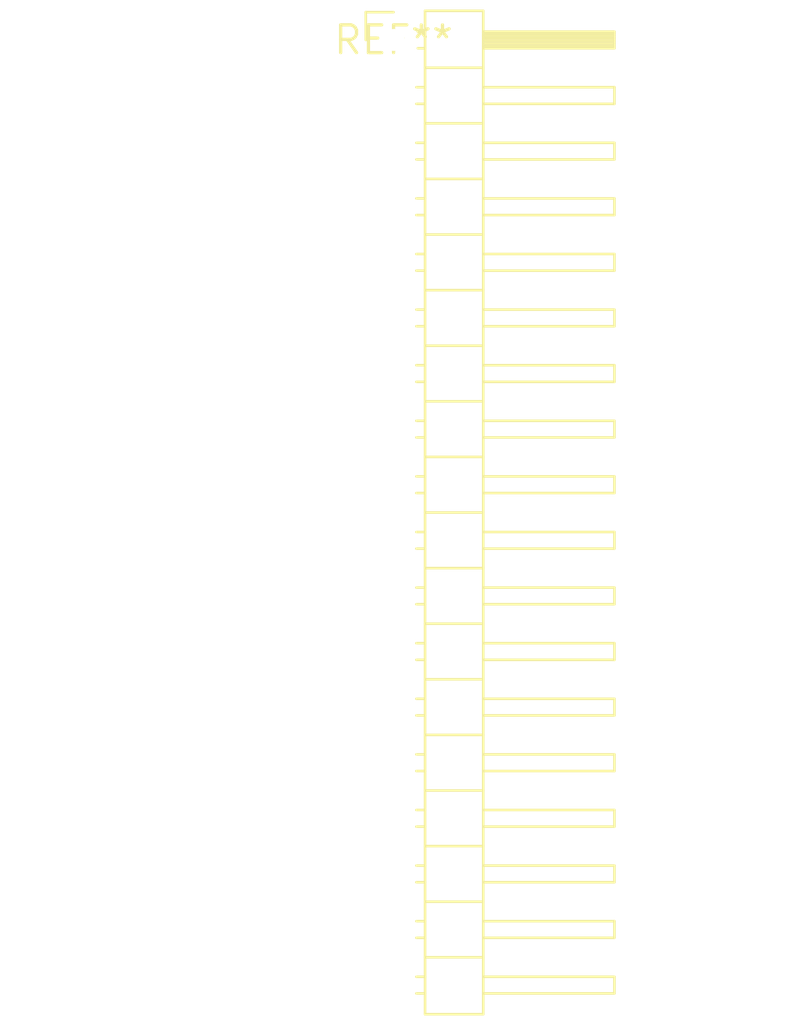
<source format=kicad_pcb>
(kicad_pcb (version 20240108) (generator pcbnew)
  (layers (0 "F.Cu" signal) (31 "B.Cu" signal) (34 "B.Paste" user) (35 "F.Paste" user) (36 "B.SilkS" user "B.Silkscreen") (37 "F.SilkS" user "F.Silkscreen") (38 "B.Mask" user) (39 "F.Mask" user) (44 "Edge.Cuts" user))
  (net 0 "")
  (footprint "PinHeader_1x18_P2.54mm_Horizontal" (layer "F.Cu") (at 0 0)
    (property "Reference" "REF**")
    (property "Value" "PinHeader_1x18_P2.54mm_Horizontal")
    (fp_line (start -1.27 -1.27) (end 0 -1.27) (layer "F.SilkS") (stroke (width 0.12)))
    (fp_line (start -1.27 0) (end -1.27 -1.27) (layer "F.SilkS") (stroke (width 0.12)))
    (fp_line (start 1.042929 2.16) (end 1.44 2.16) (layer "F.SilkS") (stroke (width 0.12)))
    (fp_line (start 1.042929 2.92) (end 1.44 2.92) (layer "F.SilkS") (stroke (width 0.12)))
    (fp_line (start 1.042929 4.7) (end 1.44 4.7) (layer "F.SilkS") (stroke (width 0.12)))
    (fp_line (start 1.042929 5.46) (end 1.44 5.46) (layer "F.SilkS") (stroke (width 0.12)))
    (fp_line (start 1.042929 7.24) (end 1.44 7.24) (layer "F.SilkS") (stroke (width 0.12)))
    (fp_line (start 1.042929 8) (end 1.44 8) (layer "F.SilkS") (stroke (width 0.12)))
    (fp_line (start 1.042929 9.78) (end 1.44 9.78) (layer "F.SilkS") (stroke (width 0.12)))
    (fp_line (start 1.042929 10.54) (end 1.44 10.54) (layer "F.SilkS") (stroke (width 0.12)))
    (fp_line (start 1.042929 12.32) (end 1.44 12.32) (layer "F.SilkS") (stroke (width 0.12)))
    (fp_line (start 1.042929 13.08) (end 1.44 13.08) (layer "F.SilkS") (stroke (width 0.12)))
    (fp_line (start 1.042929 14.86) (end 1.44 14.86) (layer "F.SilkS") (stroke (width 0.12)))
    (fp_line (start 1.042929 15.62) (end 1.44 15.62) (layer "F.SilkS") (stroke (width 0.12)))
    (fp_line (start 1.042929 17.4) (end 1.44 17.4) (layer "F.SilkS") (stroke (width 0.12)))
    (fp_line (start 1.042929 18.16) (end 1.44 18.16) (layer "F.SilkS") (stroke (width 0.12)))
    (fp_line (start 1.042929 19.94) (end 1.44 19.94) (layer "F.SilkS") (stroke (width 0.12)))
    (fp_line (start 1.042929 20.7) (end 1.44 20.7) (layer "F.SilkS") (stroke (width 0.12)))
    (fp_line (start 1.042929 22.48) (end 1.44 22.48) (layer "F.SilkS") (stroke (width 0.12)))
    (fp_line (start 1.042929 23.24) (end 1.44 23.24) (layer "F.SilkS") (stroke (width 0.12)))
    (fp_line (start 1.042929 25.02) (end 1.44 25.02) (layer "F.SilkS") (stroke (width 0.12)))
    (fp_line (start 1.042929 25.78) (end 1.44 25.78) (layer "F.SilkS") (stroke (width 0.12)))
    (fp_line (start 1.042929 27.56) (end 1.44 27.56) (layer "F.SilkS") (stroke (width 0.12)))
    (fp_line (start 1.042929 28.32) (end 1.44 28.32) (layer "F.SilkS") (stroke (width 0.12)))
    (fp_line (start 1.042929 30.1) (end 1.44 30.1) (layer "F.SilkS") (stroke (width 0.12)))
    (fp_line (start 1.042929 30.86) (end 1.44 30.86) (layer "F.SilkS") (stroke (width 0.12)))
    (fp_line (start 1.042929 32.64) (end 1.44 32.64) (layer "F.SilkS") (stroke (width 0.12)))
    (fp_line (start 1.042929 33.4) (end 1.44 33.4) (layer "F.SilkS") (stroke (width 0.12)))
    (fp_line (start 1.042929 35.18) (end 1.44 35.18) (layer "F.SilkS") (stroke (width 0.12)))
    (fp_line (start 1.042929 35.94) (end 1.44 35.94) (layer "F.SilkS") (stroke (width 0.12)))
    (fp_line (start 1.042929 37.72) (end 1.44 37.72) (layer "F.SilkS") (stroke (width 0.12)))
    (fp_line (start 1.042929 38.48) (end 1.44 38.48) (layer "F.SilkS") (stroke (width 0.12)))
    (fp_line (start 1.042929 40.26) (end 1.44 40.26) (layer "F.SilkS") (stroke (width 0.12)))
    (fp_line (start 1.042929 41.02) (end 1.44 41.02) (layer "F.SilkS") (stroke (width 0.12)))
    (fp_line (start 1.042929 42.8) (end 1.44 42.8) (layer "F.SilkS") (stroke (width 0.12)))
    (fp_line (start 1.042929 43.56) (end 1.44 43.56) (layer "F.SilkS") (stroke (width 0.12)))
    (fp_line (start 1.11 -0.38) (end 1.44 -0.38) (layer "F.SilkS") (stroke (width 0.12)))
    (fp_line (start 1.11 0.38) (end 1.44 0.38) (layer "F.SilkS") (stroke (width 0.12)))
    (fp_line (start 1.44 -1.33) (end 1.44 44.51) (layer "F.SilkS") (stroke (width 0.12)))
    (fp_line (start 1.44 1.27) (end 4.1 1.27) (layer "F.SilkS") (stroke (width 0.12)))
    (fp_line (start 1.44 3.81) (end 4.1 3.81) (layer "F.SilkS") (stroke (width 0.12)))
    (fp_line (start 1.44 6.35) (end 4.1 6.35) (layer "F.SilkS") (stroke (width 0.12)))
    (fp_line (start 1.44 8.89) (end 4.1 8.89) (layer "F.SilkS") (stroke (width 0.12)))
    (fp_line (start 1.44 11.43) (end 4.1 11.43) (layer "F.SilkS") (stroke (width 0.12)))
    (fp_line (start 1.44 13.97) (end 4.1 13.97) (layer "F.SilkS") (stroke (width 0.12)))
    (fp_line (start 1.44 16.51) (end 4.1 16.51) (layer "F.SilkS") (stroke (width 0.12)))
    (fp_line (start 1.44 19.05) (end 4.1 19.05) (layer "F.SilkS") (stroke (width 0.12)))
    (fp_line (start 1.44 21.59) (end 4.1 21.59) (layer "F.SilkS") (stroke (width 0.12)))
    (fp_line (start 1.44 24.13) (end 4.1 24.13) (layer "F.SilkS") (stroke (width 0.12)))
    (fp_line (start 1.44 26.67) (end 4.1 26.67) (layer "F.SilkS") (stroke (width 0.12)))
    (fp_line (start 1.44 29.21) (end 4.1 29.21) (layer "F.SilkS") (stroke (width 0.12)))
    (fp_line (start 1.44 31.75) (end 4.1 31.75) (layer "F.SilkS") (stroke (width 0.12)))
    (fp_line (start 1.44 34.29) (end 4.1 34.29) (layer "F.SilkS") (stroke (width 0.12)))
    (fp_line (start 1.44 36.83) (end 4.1 36.83) (layer "F.SilkS") (stroke (width 0.12)))
    (fp_line (start 1.44 39.37) (end 4.1 39.37) (layer "F.SilkS") (stroke (width 0.12)))
    (fp_line (start 1.44 41.91) (end 4.1 41.91) (layer "F.SilkS") (stroke (width 0.12)))
    (fp_line (start 1.44 44.51) (end 4.1 44.51) (layer "F.SilkS") (stroke (width 0.12)))
    (fp_line (start 4.1 -1.33) (end 1.44 -1.33) (layer "F.SilkS") (stroke (width 0.12)))
    (fp_line (start 4.1 -0.38) (end 10.1 -0.38) (layer "F.SilkS") (stroke (width 0.12)))
    (fp_line (start 4.1 -0.32) (end 10.1 -0.32) (layer "F.SilkS") (stroke (width 0.12)))
    (fp_line (start 4.1 -0.2) (end 10.1 -0.2) (layer "F.SilkS") (stroke (width 0.12)))
    (fp_line (start 4.1 -0.08) (end 10.1 -0.08) (layer "F.SilkS") (stroke (width 0.12)))
    (fp_line (start 4.1 0.04) (end 10.1 0.04) (layer "F.SilkS") (stroke (width 0.12)))
    (fp_line (start 4.1 0.16) (end 10.1 0.16) (layer "F.SilkS") (stroke (width 0.12)))
    (fp_line (start 4.1 0.28) (end 10.1 0.28) (layer "F.SilkS") (stroke (width 0.12)))
    (fp_line (start 4.1 2.16) (end 10.1 2.16) (layer "F.SilkS") (stroke (width 0.12)))
    (fp_line (start 4.1 4.7) (end 10.1 4.7) (layer "F.SilkS") (stroke (width 0.12)))
    (fp_line (start 4.1 7.24) (end 10.1 7.24) (layer "F.SilkS") (stroke (width 0.12)))
    (fp_line (start 4.1 9.78) (end 10.1 9.78) (layer "F.SilkS") (stroke (width 0.12)))
    (fp_line (start 4.1 12.32) (end 10.1 12.32) (layer "F.SilkS") (stroke (width 0.12)))
    (fp_line (start 4.1 14.86) (end 10.1 14.86) (layer "F.SilkS") (stroke (width 0.12)))
    (fp_line (start 4.1 17.4) (end 10.1 17.4) (layer "F.SilkS") (stroke (width 0.12)))
    (fp_line (start 4.1 19.94) (end 10.1 19.94) (layer "F.SilkS") (stroke (width 0.12)))
    (fp_line (start 4.1 22.48) (end 10.1 22.48) (layer "F.SilkS") (stroke (width 0.12)))
    (fp_line (start 4.1 25.02) (end 10.1 25.02) (layer "F.SilkS") (stroke (width 0.12)))
    (fp_line (start 4.1 27.56) (end 10.1 27.56) (layer "F.SilkS") (stroke (width 0.12)))
    (fp_line (start 4.1 30.1) (end 10.1 30.1) (layer "F.SilkS") (stroke (width 0.12)))
    (fp_line (start 4.1 32.64) (end 10.1 32.64) (layer "F.SilkS") (stroke (width 0.12)))
    (fp_line (start 4.1 35.18) (end 10.1 35.18) (layer "F.SilkS") (stroke (width 0.12)))
    (fp_line (start 4.1 37.72) (end 10.1 37.72) (layer "F.SilkS") (stroke (width 0.12)))
    (fp_line (start 4.1 40.26) (end 10.1 40.26) (layer "F.SilkS") (stroke (width 0.12)))
    (fp_line (start 4.1 42.8) (end 10.1 42.8) (layer "F.SilkS") (stroke (width 0.12)))
    (fp_line (start 4.1 44.51) (end 4.1 -1.33) (layer "F.SilkS") (stroke (width 0.12)))
    (fp_line (start 10.1 -0.38) (end 10.1 0.38) (layer "F.SilkS") (stroke (width 0.12)))
    (fp_line (start 10.1 0.38) (end 4.1 0.38) (layer "F.SilkS") (stroke (width 0.12)))
    (fp_line (start 10.1 2.16) (end 10.1 2.92) (layer "F.SilkS") (stroke (width 0.12)))
    (fp_line (start 10.1 2.92) (end 4.1 2.92) (layer "F.SilkS") (stroke (width 0.12)))
    (fp_line (start 10.1 4.7) (end 10.1 5.46) (layer "F.SilkS") (stroke (width 0.12)))
    (fp_line (start 10.1 5.46) (end 4.1 5.46) (layer "F.SilkS") (stroke (width 0.12)))
    (fp_line (start 10.1 7.24) (end 10.1 8) (layer "F.SilkS") (stroke (width 0.12)))
    (fp_line (start 10.1 8) (end 4.1 8) (layer "F.SilkS") (stroke (width 0.12)))
    (fp_line (start 10.1 9.78) (end 10.1 10.54) (layer "F.SilkS") (stroke (width 0.12)))
    (fp_line (start 10.1 10.54) (end 4.1 10.54) (layer "F.SilkS") (stroke (width 0.12)))
    (fp_line (start 10.1 12.32) (end 10.1 13.08) (layer "F.SilkS") (stroke (width 0.12)))
    (fp_line (start 10.1 13.08) (end 4.1 13.08) (layer "F.SilkS") (stroke (width 0.12)))
    (fp_line (start 10.1 14.86) (end 10.1 15.62) (layer "F.SilkS") (stroke (width 0.12)))
    (fp_line (start 10.1 15.62) (end 4.1 15.62) (layer "F.SilkS") (stroke (width 0.12)))
    (fp_line (start 10.1 17.4) (end 10.1 18.16) (layer "F.SilkS") (stroke (width 0.12)))
    (fp_line (start 10.1 18.16) (end 4.1 18.16) (layer "F.SilkS") (stroke (width 0.12)))
    (fp_line (start 10.1 19.94) (end 10.1 20.7) (layer "F.SilkS") (stroke (width 0.12)))
    (fp_line (start 10.1 20.7) (end 4.1 20.7) (layer "F.SilkS") (stroke (width 0.12)))
    (fp_line (start 10.1 22.48) (end 10.1 23.24) (layer "F.SilkS") (stroke (width 0.12)))
    (fp_line (start 10.1 23.24) (end 4.1 23.24) (layer "F.SilkS") (stroke (width 0.12)))
    (fp_line (start 10.1 25.02) (end 10.1 25.78) (layer "F.SilkS") (stroke (width 0.12)))
    (fp_line (start 10.1 25.78) (end 4.1 25.78) (layer "F.SilkS") (stroke (width 0.12)))
    (fp_line (start 10.1 27.56) (end 10.1 28.32) (layer "F.SilkS") (stroke (width 0.12)))
    (fp_line (start 10.1 28.32) (end 4.1 28.32) (layer "F.SilkS") (stroke (width 0.12)))
    (fp_line (start 10.1 30.1) (end 10.1 30.86) (layer "F.SilkS") (stroke (width 0.12)))
    (fp_line (start 10.1 30.86) (end 4.1 30.86) (layer "F.SilkS") (stroke (width 0.12)))
    (fp_line (start 10.1 32.64) (end 10.1 33.4) (layer "F.SilkS") (stroke (width 0.12)))
    (fp_line (start 10.1 33.4) (end 4.1 33.4) (layer "F.SilkS") (stroke (width 0.12)))
    (fp_line (start 10.1 35.18) (end 10.1 35.94) (layer "F.SilkS") (stroke (width 0.12)))
    (fp_line (start 10.1 35.94) (end 4.1 35.94) (layer "F.SilkS") (stroke (width 0.12)))
    (fp_line (start 10.1 37.72) (end 10.1 38.48) (layer "F.SilkS") (stroke (width 0.12)))
    (fp_line (start 10.1 38.48) (end 4.1 38.48) (layer "F.SilkS") (stroke (width 0.12)))
    (fp_line (start 10.1 40.26) (end 10.1 41.02) (layer "F.SilkS") (stroke (width 0.12)))
    (fp_line (start 10.1 41.02) (end 4.1 41.02) (layer "F.SilkS") (stroke (width 0.12)))
    (fp_line (start 10.1 42.8) (end 10.1 43.56) (layer "F.SilkS") (stroke (width 0.12)))
    (fp_line (start 10.1 43.56) (end 4.1 43.56) (layer "F.SilkS") (stroke (width 0.12)))
    (pad "1" thru_hole rect (at 0 0) (size 1.7 1.7) (drill 1) (layers *.Cu *.Mask) (remove_unused_layers))
    (pad "2" thru_hole oval (at 0 2.54) (size 1.7 1.7) (drill 1) (layers *.Cu *.Mask) (remove_unused_layers))
    (pad "3" thru_hole oval (at 0 5.08) (size 1.7 1.7) (drill 1) (layers *.Cu *.Mask) (remove_unused_layers))
    (pad "4" thru_hole oval (at 0 7.62) (size 1.7 1.7) (drill 1) (layers *.Cu *.Mask) (remove_unused_layers))
    (pad "5" thru_hole oval (at 0 10.16) (size 1.7 1.7) (drill 1) (layers *.Cu *.Mask) (remove_unused_layers))
    (pad "6" thru_hole oval (at 0 12.7) (size 1.7 1.7) (drill 1) (layers *.Cu *.Mask) (remove_unused_layers))
    (pad "7" thru_hole oval (at 0 15.24) (size 1.7 1.7) (drill 1) (layers *.Cu *.Mask) (remove_unused_layers))
    (pad "8" thru_hole oval (at 0 17.78) (size 1.7 1.7) (drill 1) (layers *.Cu *.Mask) (remove_unused_layers))
    (pad "9" thru_hole oval (at 0 20.32) (size 1.7 1.7) (drill 1) (layers *.Cu *.Mask) (remove_unused_layers))
    (pad "10" thru_hole oval (at 0 22.86) (size 1.7 1.7) (drill 1) (layers *.Cu *.Mask) (remove_unused_layers))
    (pad "11" thru_hole oval (at 0 25.4) (size 1.7 1.7) (drill 1) (layers *.Cu *.Mask) (remove_unused_layers))
    (pad "12" thru_hole oval (at 0 27.94) (size 1.7 1.7) (drill 1) (layers *.Cu *.Mask) (remove_unused_layers))
    (pad "13" thru_hole oval (at 0 30.48) (size 1.7 1.7) (drill 1) (layers *.Cu *.Mask) (remove_unused_layers))
    (pad "14" thru_hole oval (at 0 33.02) (size 1.7 1.7) (drill 1) (layers *.Cu *.Mask) (remove_unused_layers))
    (pad "15" thru_hole oval (at 0 35.56) (size 1.7 1.7) (drill 1) (layers *.Cu *.Mask) (remove_unused_layers))
    (pad "16" thru_hole oval (at 0 38.1) (size 1.7 1.7) (drill 1) (layers *.Cu *.Mask) (remove_unused_layers))
    (pad "17" thru_hole oval (at 0 40.64) (size 1.7 1.7) (drill 1) (layers *.Cu *.Mask) (remove_unused_layers))
    (pad "18" thru_hole oval (at 0 43.18) (size 1.7 1.7) (drill 1) (layers *.Cu *.Mask) (remove_unused_layers))
  )
)
</source>
